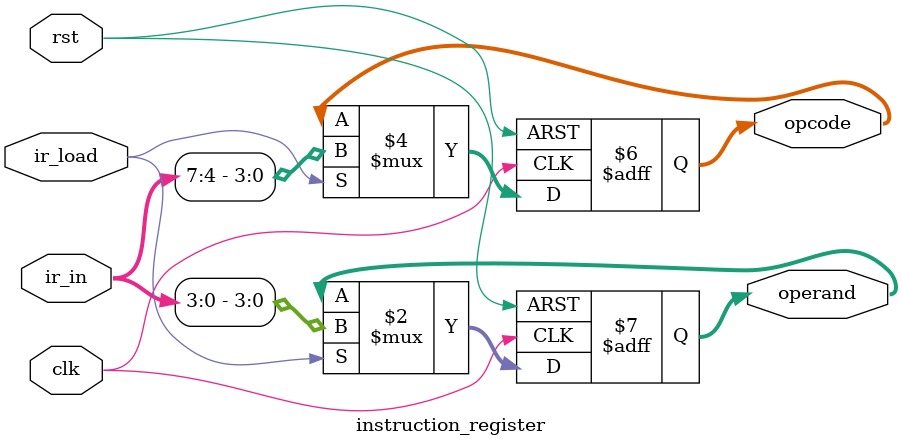
<source format=v>
module instruction_register (
    input  wire       clk,
    input  wire       rst,
    input  wire       ir_load,       //tín hiệu nhận lệnh
  input  wire [7:0] ir_in,           // lệnh

    output reg  [3:0] opcode,
    output reg  [3:0] operand
);

    always @(posedge clk or posedge rst) begin
        if (rst) begin
            opcode  <= 4'b0000;
            operand <= 4'b0000;
        end else if (ir_load) begin
            opcode  <= ir_in[7:4];
            operand <= ir_in[3:0];
        end
    end

endmodule

</source>
